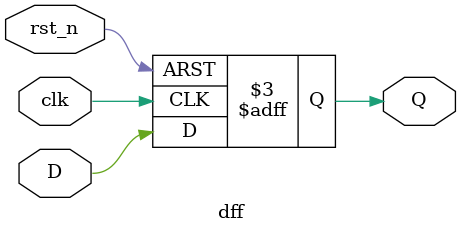
<source format=v>
module dff (
    input clk,
    input rst_n,
    input D,
    output reg Q
);

    always @(posedge clk or negedge rst_n) begin
        if (!rst_n)
            Q <= 1'b0;
        else
            Q <= D;
    end

endmodule

</source>
